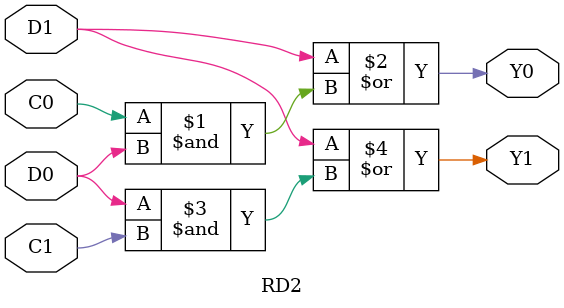
<source format=v>
module RD2(C1,C0,D1,D0,Y1,Y0);
input C0,C1,D0,D1;
output Y0,Y1;

assign Y0=D1 | (C0 & D0);
assign Y1=D1 | (D0 & C1);

endmodule

</source>
